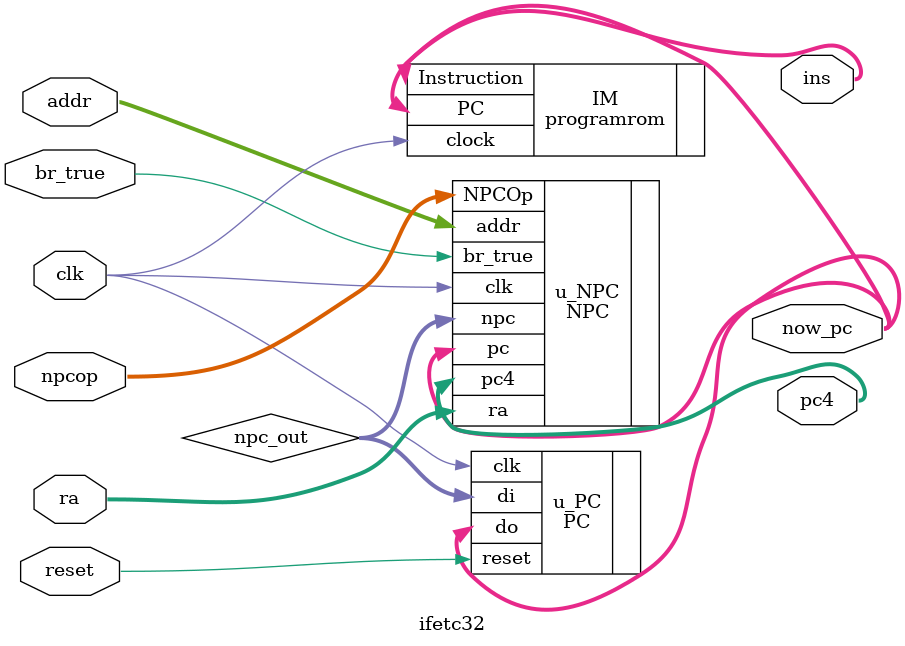
<source format=v>
`timescale 1ns / 1ps


module ifetc32(
    input clk,
    input reset,
    input br_true,
    input [25:0] addr,
    input [31:0] ra,
    input [1:0] npcop,
    output [31:0] pc4,
    output [31:0] ins,
    output [31:0] now_pc
    );
    
    wire[31:0] npc_out;
    
    PC u_PC(.clk(clk),.reset(reset),.di(npc_out),.do(now_pc));
    
    NPC u_NPC(.clk(clk),.pc(now_pc),.addr(addr),.ra(ra),.NPCOp(npcop),.br_true(br_true),.pc4(pc4),.npc(npc_out));
    
    programrom IM(.clock(clk),.PC(now_pc),.Instruction(ins));

endmodule

</source>
